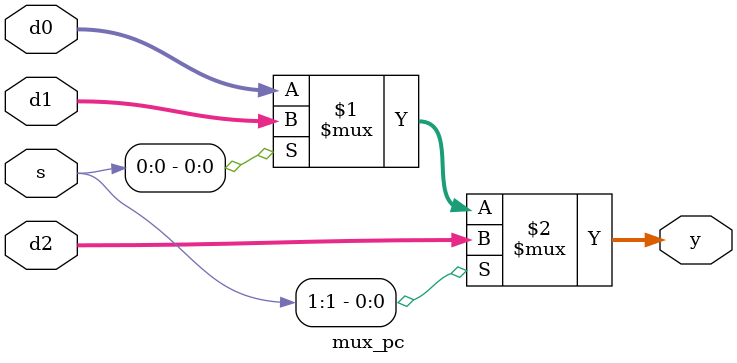
<source format=v>
`timescale 1ns / 1ps


module mux_pc(
    output [31:0] y,
    input  [31:0] d0, d1, d2,
    input  [1:0] s
    );
    assign y = s[1] ? d2 : (s[0] ? d1 : d0);
endmodule

</source>
